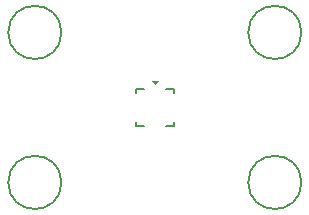
<source format=gbr>
%TF.GenerationSoftware,KiCad,Pcbnew,9.0.2*%
%TF.CreationDate,2025-05-19T10:14:33-04:00*%
%TF.ProjectId,lps28dfwBreakoutBoard,6c707332-3864-4667-9742-7265616b6f75,rev?*%
%TF.SameCoordinates,Original*%
%TF.FileFunction,Legend,Top*%
%TF.FilePolarity,Positive*%
%FSLAX46Y46*%
G04 Gerber Fmt 4.6, Leading zero omitted, Abs format (unit mm)*
G04 Created by KiCad (PCBNEW 9.0.2) date 2025-05-19 10:14:33*
%MOMM*%
%LPD*%
G01*
G04 APERTURE LIST*
%ADD10C,0.150000*%
%ADD11C,0.152400*%
%ADD12C,0.100000*%
G04 APERTURE END LIST*
D10*
%TO.C,REF\u002A\u002A*%
X131790000Y-114300000D02*
G75*
G02*
X127290000Y-114300000I-2250000J0D01*
G01*
X127290000Y-114300000D02*
G75*
G02*
X131790000Y-114300000I2250000J0D01*
G01*
X152110000Y-101600000D02*
G75*
G02*
X147610000Y-101600000I-2250000J0D01*
G01*
X147610000Y-101600000D02*
G75*
G02*
X152110000Y-101600000I2250000J0D01*
G01*
D11*
%TO.C,U1*%
X138099800Y-106349800D02*
X138099800Y-106724402D01*
X138099800Y-109175598D02*
X138099800Y-109550200D01*
X138099800Y-109550200D02*
X138795403Y-109550200D01*
X138795403Y-106349800D02*
X138099800Y-106349800D01*
X140604597Y-109550200D02*
X141300200Y-109550200D01*
X141300200Y-106349800D02*
X140604597Y-106349800D01*
X141300200Y-106724402D02*
X141300200Y-106349800D01*
X141300200Y-109550200D02*
X141300200Y-109175598D01*
D12*
X139700000Y-105950000D02*
X139450000Y-105700000D01*
X139950000Y-105700000D01*
X139700000Y-105950000D01*
G36*
X139700000Y-105950000D02*
G01*
X139450000Y-105700000D01*
X139950000Y-105700000D01*
X139700000Y-105950000D01*
G37*
D10*
%TO.C,REF\u002A\u002A*%
X131790000Y-101600000D02*
G75*
G02*
X127290000Y-101600000I-2250000J0D01*
G01*
X127290000Y-101600000D02*
G75*
G02*
X131790000Y-101600000I2250000J0D01*
G01*
X152110000Y-114300000D02*
G75*
G02*
X147610000Y-114300000I-2250000J0D01*
G01*
X147610000Y-114300000D02*
G75*
G02*
X152110000Y-114300000I2250000J0D01*
G01*
%TD*%
M02*

</source>
